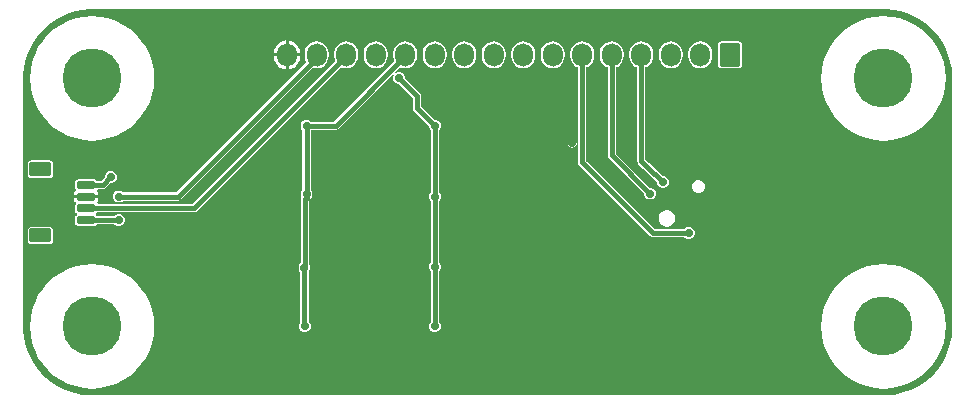
<source format=gbr>
%TF.GenerationSoftware,Altium Limited,Altium Designer,21.3.2 (30)*%
G04 Layer_Physical_Order=2*
G04 Layer_Color=16711680*
%FSLAX45Y45*%
%MOMM*%
%TF.SameCoordinates,29C89E41-5BB3-4AF8-996E-2FCDB6C4A0D1*%
%TF.FilePolarity,Positive*%
%TF.FileFunction,Copper,L2,Bot,Signal*%
%TF.Part,Single*%
G01*
G75*
%TA.AperFunction,Conductor*%
%ADD13C,0.38100*%
%TA.AperFunction,ComponentPad*%
%ADD14C,5.00000*%
G04:AMPARAMS|DCode=15|XSize=1.7mm|YSize=1.95mm|CornerRadius=0.85mm|HoleSize=0mm|Usage=FLASHONLY|Rotation=180.000|XOffset=0mm|YOffset=0mm|HoleType=Round|Shape=RoundedRectangle|*
%AMROUNDEDRECTD15*
21,1,1.70000,0.25000,0,0,180.0*
21,1,0.00000,1.95000,0,0,180.0*
1,1,1.70000,0.00000,0.12500*
1,1,1.70000,0.00000,0.12500*
1,1,1.70000,0.00000,-0.12500*
1,1,1.70000,0.00000,-0.12500*
%
%ADD15ROUNDEDRECTD15*%
G04:AMPARAMS|DCode=16|XSize=1.7mm|YSize=1.95mm|CornerRadius=0.1275mm|HoleSize=0mm|Usage=FLASHONLY|Rotation=180.000|XOffset=0mm|YOffset=0mm|HoleType=Round|Shape=RoundedRectangle|*
%AMROUNDEDRECTD16*
21,1,1.70000,1.69500,0,0,180.0*
21,1,1.44500,1.95000,0,0,180.0*
1,1,0.25500,-0.72250,0.84750*
1,1,0.25500,0.72250,0.84750*
1,1,0.25500,0.72250,-0.84750*
1,1,0.25500,-0.72250,-0.84750*
%
%ADD16ROUNDEDRECTD16*%
%TA.AperFunction,ViaPad*%
%ADD17C,0.70000*%
%TA.AperFunction,SMDPad,CuDef*%
G04:AMPARAMS|DCode=18|XSize=1.2mm|YSize=1.8mm|CornerRadius=0.126mm|HoleSize=0mm|Usage=FLASHONLY|Rotation=90.000|XOffset=0mm|YOffset=0mm|HoleType=Round|Shape=RoundedRectangle|*
%AMROUNDEDRECTD18*
21,1,1.20000,1.54800,0,0,90.0*
21,1,0.94800,1.80000,0,0,90.0*
1,1,0.25200,0.77400,0.47400*
1,1,0.25200,0.77400,-0.47400*
1,1,0.25200,-0.77400,-0.47400*
1,1,0.25200,-0.77400,0.47400*
%
%ADD18ROUNDEDRECTD18*%
G04:AMPARAMS|DCode=19|XSize=0.6mm|YSize=1.55mm|CornerRadius=0.075mm|HoleSize=0mm|Usage=FLASHONLY|Rotation=90.000|XOffset=0mm|YOffset=0mm|HoleType=Round|Shape=RoundedRectangle|*
%AMROUNDEDRECTD19*
21,1,0.60000,1.40000,0,0,90.0*
21,1,0.45000,1.55000,0,0,90.0*
1,1,0.15000,0.70000,0.22500*
1,1,0.15000,0.70000,-0.22500*
1,1,0.15000,-0.70000,-0.22500*
1,1,0.15000,-0.70000,0.22500*
%
%ADD19ROUNDEDRECTD19*%
G36*
X7885721Y3677886D02*
X7941950Y3666701D01*
X7996814Y3650059D01*
X8049781Y3628119D01*
X8100342Y3601094D01*
X8148012Y3569242D01*
X8192330Y3532871D01*
X8232870Y3492331D01*
X8269241Y3448014D01*
X8301092Y3400344D01*
X8328119Y3349782D01*
X8350058Y3296816D01*
X8366702Y3241949D01*
X8377886Y3185721D01*
X8383505Y3128666D01*
Y3100000D01*
Y1000000D01*
Y971334D01*
X8377886Y914279D01*
X8366701Y858050D01*
X8350059Y803186D01*
X8328119Y750219D01*
X8301094Y699658D01*
X8269242Y651988D01*
X8232871Y607670D01*
X8192331Y567129D01*
X8148014Y530759D01*
X8100344Y498907D01*
X8049782Y471881D01*
X7996816Y449942D01*
X7941949Y433298D01*
X7885721Y422114D01*
X7828666Y416494D01*
X1071334D01*
X1014279Y422114D01*
X958050Y433298D01*
X903186Y449941D01*
X850219Y471880D01*
X799658Y498906D01*
X751988Y530758D01*
X707670Y567128D01*
X667129Y607669D01*
X630759Y651986D01*
X598907Y699656D01*
X571881Y750218D01*
X549942Y803184D01*
X533298Y858050D01*
X522114Y914279D01*
X516495Y971334D01*
Y1000000D01*
Y3100000D01*
Y3128666D01*
X522114Y3185721D01*
X533298Y3241950D01*
X549941Y3296814D01*
X571880Y3349781D01*
X598906Y3400342D01*
X630758Y3448012D01*
X667128Y3492330D01*
X707669Y3532870D01*
X751986Y3569241D01*
X799656Y3601092D01*
X850218Y3628119D01*
X903184Y3650058D01*
X958050Y3666702D01*
X1014279Y3677886D01*
X1071334Y3683505D01*
X7828666D01*
X7885721Y3677886D01*
D02*
G37*
%LPC*%
G36*
X2762700Y3422181D02*
Y3312700D01*
X2861326D01*
X2857558Y3341320D01*
X2846434Y3368176D01*
X2828738Y3391238D01*
X2805676Y3408934D01*
X2778820Y3420058D01*
X2762700Y3422181D01*
D02*
G37*
G36*
X2737300D02*
X2721179Y3420058D01*
X2694323Y3408934D01*
X2671261Y3391238D01*
X2653565Y3368176D01*
X2642441Y3341320D01*
X2638673Y3312700D01*
X2737300D01*
Y3422181D01*
D02*
G37*
G36*
X6572249Y3413288D02*
X6427750D01*
X6416829Y3411116D01*
X6407570Y3404930D01*
X6401384Y3395671D01*
X6399211Y3384750D01*
Y3215250D01*
X6401384Y3204329D01*
X6407570Y3195070D01*
X6416829Y3188884D01*
X6427750Y3186712D01*
X6572249D01*
X6583171Y3188884D01*
X6592429Y3195070D01*
X6598615Y3204329D01*
X6600788Y3215250D01*
Y3384750D01*
X6598615Y3395671D01*
X6592429Y3404930D01*
X6583171Y3411116D01*
X6572249Y3413288D01*
D02*
G37*
G36*
X6250000Y3413605D02*
X6223832Y3410160D01*
X6199447Y3400059D01*
X6178508Y3383992D01*
X6162441Y3363052D01*
X6152340Y3338668D01*
X6148895Y3312500D01*
Y3287500D01*
X6152340Y3261332D01*
X6162441Y3236948D01*
X6178508Y3216008D01*
X6199447Y3199941D01*
X6223832Y3189840D01*
X6250000Y3186395D01*
X6276168Y3189840D01*
X6300552Y3199941D01*
X6321492Y3216008D01*
X6337559Y3236948D01*
X6347659Y3261332D01*
X6351104Y3287500D01*
Y3312500D01*
X6347659Y3338668D01*
X6337559Y3363052D01*
X6321492Y3383992D01*
X6300552Y3400059D01*
X6276168Y3410160D01*
X6250000Y3413605D01*
D02*
G37*
G36*
X6000000D02*
X5973832Y3410160D01*
X5949447Y3400059D01*
X5928508Y3383992D01*
X5912441Y3363052D01*
X5902340Y3338668D01*
X5898895Y3312500D01*
Y3287500D01*
X5902340Y3261332D01*
X5912441Y3236948D01*
X5928508Y3216008D01*
X5949447Y3199941D01*
X5973832Y3189840D01*
X6000000Y3186395D01*
X6026168Y3189840D01*
X6050552Y3199941D01*
X6071492Y3216008D01*
X6087559Y3236948D01*
X6097659Y3261332D01*
X6101104Y3287500D01*
Y3312500D01*
X6097659Y3338668D01*
X6087559Y3363052D01*
X6071492Y3383992D01*
X6050552Y3400059D01*
X6026168Y3410160D01*
X6000000Y3413605D01*
D02*
G37*
G36*
X5000000D02*
X4973832Y3410160D01*
X4949447Y3400059D01*
X4928508Y3383992D01*
X4912441Y3363052D01*
X4902340Y3338668D01*
X4898895Y3312500D01*
Y3287500D01*
X4902340Y3261332D01*
X4912441Y3236948D01*
X4928508Y3216008D01*
X4949447Y3199941D01*
X4973832Y3189840D01*
X5000000Y3186395D01*
X5026167Y3189840D01*
X5050552Y3199941D01*
X5071492Y3216008D01*
X5087559Y3236948D01*
X5097659Y3261332D01*
X5101104Y3287500D01*
Y3312500D01*
X5097659Y3338668D01*
X5087559Y3363052D01*
X5071492Y3383992D01*
X5050552Y3400059D01*
X5026167Y3410160D01*
X5000000Y3413605D01*
D02*
G37*
G36*
X4750000D02*
X4723832Y3410160D01*
X4699447Y3400059D01*
X4678508Y3383992D01*
X4662441Y3363052D01*
X4652340Y3338668D01*
X4648895Y3312500D01*
Y3287500D01*
X4652340Y3261332D01*
X4662441Y3236948D01*
X4678508Y3216008D01*
X4699447Y3199941D01*
X4723832Y3189840D01*
X4750000Y3186395D01*
X4776167Y3189840D01*
X4800552Y3199941D01*
X4821491Y3216008D01*
X4837559Y3236948D01*
X4847659Y3261332D01*
X4851104Y3287500D01*
Y3312500D01*
X4847659Y3338668D01*
X4837559Y3363052D01*
X4821491Y3383992D01*
X4800552Y3400059D01*
X4776167Y3410160D01*
X4750000Y3413605D01*
D02*
G37*
G36*
X4500000D02*
X4473832Y3410160D01*
X4449447Y3400059D01*
X4428508Y3383992D01*
X4412441Y3363052D01*
X4402340Y3338668D01*
X4398895Y3312500D01*
Y3287500D01*
X4402340Y3261332D01*
X4412441Y3236948D01*
X4428508Y3216008D01*
X4449447Y3199941D01*
X4473832Y3189840D01*
X4500000Y3186395D01*
X4526167Y3189840D01*
X4550552Y3199941D01*
X4571491Y3216008D01*
X4587559Y3236948D01*
X4597659Y3261332D01*
X4601104Y3287500D01*
Y3312500D01*
X4597659Y3338668D01*
X4587559Y3363052D01*
X4571491Y3383992D01*
X4550552Y3400059D01*
X4526167Y3410160D01*
X4500000Y3413605D01*
D02*
G37*
G36*
X4250000D02*
X4223832Y3410160D01*
X4199447Y3400059D01*
X4178508Y3383992D01*
X4162440Y3363052D01*
X4152340Y3338668D01*
X4148895Y3312500D01*
Y3287500D01*
X4152340Y3261332D01*
X4162440Y3236948D01*
X4178508Y3216008D01*
X4199447Y3199941D01*
X4223832Y3189840D01*
X4250000Y3186395D01*
X4276167Y3189840D01*
X4300552Y3199941D01*
X4321491Y3216008D01*
X4337559Y3236948D01*
X4347659Y3261332D01*
X4351104Y3287500D01*
Y3312500D01*
X4347659Y3338668D01*
X4337559Y3363052D01*
X4321491Y3383992D01*
X4300552Y3400059D01*
X4276167Y3410160D01*
X4250000Y3413605D01*
D02*
G37*
G36*
X4000000D02*
X3973832Y3410160D01*
X3949447Y3400059D01*
X3928508Y3383992D01*
X3912440Y3363052D01*
X3902340Y3338668D01*
X3898895Y3312500D01*
Y3287500D01*
X3902340Y3261332D01*
X3912440Y3236948D01*
X3928508Y3216008D01*
X3949447Y3199941D01*
X3973832Y3189840D01*
X4000000Y3186395D01*
X4026167Y3189840D01*
X4050552Y3199941D01*
X4071491Y3216008D01*
X4087559Y3236948D01*
X4097659Y3261332D01*
X4101104Y3287500D01*
Y3312500D01*
X4097659Y3338668D01*
X4087559Y3363052D01*
X4071491Y3383992D01*
X4050552Y3400059D01*
X4026167Y3410160D01*
X4000000Y3413605D01*
D02*
G37*
G36*
X3750000D02*
X3723832Y3410160D01*
X3699447Y3400059D01*
X3678508Y3383992D01*
X3662440Y3363052D01*
X3652340Y3338668D01*
X3648895Y3312500D01*
Y3287500D01*
X3652340Y3261332D01*
X3658798Y3245742D01*
X3148018Y2734962D01*
X2951088D01*
X2943459Y2742591D01*
X2924993Y2750240D01*
X2905007D01*
X2886541Y2742591D01*
X2872409Y2728459D01*
X2864760Y2709993D01*
Y2690007D01*
X2872409Y2671541D01*
X2880038Y2663912D01*
Y2155378D01*
X2872409Y2147749D01*
X2864760Y2129284D01*
Y2109297D01*
X2870884Y2094513D01*
X2867699Y2089747D01*
X2865038Y2076367D01*
Y1536563D01*
X2854841Y1526365D01*
X2847192Y1507900D01*
Y1487913D01*
X2854841Y1469448D01*
X2862470Y1461819D01*
Y1033520D01*
X2857409Y1028459D01*
X2849760Y1009993D01*
Y990007D01*
X2857409Y971541D01*
X2871541Y957409D01*
X2890006Y949760D01*
X2909993D01*
X2928458Y957409D01*
X2942591Y971541D01*
X2950240Y990007D01*
Y1009993D01*
X2942591Y1028459D01*
X2932394Y1038656D01*
Y1461819D01*
X2940023Y1469448D01*
X2947672Y1487913D01*
Y1507900D01*
X2940023Y1526365D01*
X2934962Y1531427D01*
Y2061886D01*
X2939722Y2066646D01*
X2947300Y2077988D01*
X2947934Y2081174D01*
X2957591Y2090831D01*
X2965240Y2109297D01*
Y2129284D01*
X2957591Y2147749D01*
X2949962Y2155378D01*
Y2663912D01*
X2951088Y2665038D01*
X3162500D01*
X3175879Y2667700D01*
X3187221Y2675278D01*
X3647754Y3135811D01*
X3657409Y3128458D01*
X3649760Y3109993D01*
Y3090007D01*
X3657409Y3071541D01*
X3671541Y3057409D01*
X3690007Y3049760D01*
X3700796D01*
X3816539Y2934018D01*
Y2848499D01*
X3819200Y2835120D01*
X3826779Y2823777D01*
X3949760Y2700796D01*
Y2690007D01*
X3957409Y2671541D01*
X3965038Y2663912D01*
Y2136088D01*
X3957409Y2128459D01*
X3949760Y2109993D01*
Y2090006D01*
X3957409Y2071541D01*
X3965038Y2063912D01*
Y1538341D01*
X3960961Y1534264D01*
X3953312Y1515798D01*
Y1495812D01*
X3960961Y1477346D01*
X3968590Y1469717D01*
Y1039641D01*
X3957409Y1028459D01*
X3949760Y1009993D01*
Y990007D01*
X3957409Y971541D01*
X3971541Y957409D01*
X3990006Y949760D01*
X4009993D01*
X4028459Y957409D01*
X4042591Y971541D01*
X4050240Y990007D01*
Y1009993D01*
X4042591Y1028459D01*
X4038514Y1032536D01*
Y1469717D01*
X4046144Y1477346D01*
X4053792Y1495812D01*
Y1515798D01*
X4046144Y1534264D01*
X4034962Y1545445D01*
Y2063912D01*
X4042591Y2071541D01*
X4050240Y2090006D01*
Y2109993D01*
X4042591Y2128459D01*
X4034962Y2136088D01*
Y2663912D01*
X4042591Y2671541D01*
X4050240Y2690007D01*
Y2709993D01*
X4042591Y2728459D01*
X4028459Y2742591D01*
X4009993Y2750240D01*
X3999204D01*
X3886462Y2862981D01*
Y2948499D01*
X3883801Y2961879D01*
X3876222Y2973221D01*
X3876222Y2973222D01*
X3750240Y3099204D01*
Y3109993D01*
X3742591Y3128459D01*
X3728459Y3142591D01*
X3709993Y3150240D01*
X3690007D01*
X3671542Y3142591D01*
X3664189Y3152246D01*
X3708241Y3196298D01*
X3723832Y3189840D01*
X3750000Y3186395D01*
X3776167Y3189840D01*
X3800552Y3199941D01*
X3821491Y3216008D01*
X3837559Y3236948D01*
X3847659Y3261332D01*
X3851104Y3287500D01*
Y3312500D01*
X3847659Y3338668D01*
X3837559Y3363052D01*
X3821491Y3383992D01*
X3800552Y3400059D01*
X3776167Y3410160D01*
X3750000Y3413605D01*
D02*
G37*
G36*
X3500000D02*
X3473832Y3410160D01*
X3449447Y3400059D01*
X3428508Y3383992D01*
X3412440Y3363052D01*
X3402340Y3338668D01*
X3398895Y3312500D01*
Y3287500D01*
X3402340Y3261332D01*
X3412440Y3236948D01*
X3428508Y3216008D01*
X3449447Y3199941D01*
X3473832Y3189840D01*
X3500000Y3186395D01*
X3526167Y3189840D01*
X3550552Y3199941D01*
X3571491Y3216008D01*
X3587559Y3236948D01*
X3597659Y3261332D01*
X3601104Y3287500D01*
Y3312500D01*
X3597659Y3338668D01*
X3587559Y3363052D01*
X3571491Y3383992D01*
X3550552Y3400059D01*
X3526167Y3410160D01*
X3500000Y3413605D01*
D02*
G37*
G36*
X3250000D02*
X3223832Y3410160D01*
X3199447Y3400059D01*
X3178508Y3383992D01*
X3162440Y3363052D01*
X3152340Y3338668D01*
X3148895Y3312500D01*
Y3287500D01*
X3152340Y3261332D01*
X3158798Y3245742D01*
X1948018Y2034962D01*
X1151222D01*
X1145862Y2040661D01*
X1143720Y2053780D01*
X1150991Y2064663D01*
X1153545Y2077500D01*
Y2087300D01*
X1050000D01*
X946456D01*
Y2077500D01*
X949009Y2064663D01*
X956281Y2053780D01*
X959652Y2051527D01*
X960690Y2048211D01*
X961458Y2035680D01*
X958579Y2031373D01*
X956815Y2022500D01*
Y1977500D01*
X958579Y1968628D01*
X963606Y1961106D01*
X970216Y1956688D01*
X970957Y1950000D01*
X970216Y1943312D01*
X963606Y1938895D01*
X958579Y1931373D01*
X956815Y1922500D01*
Y1877500D01*
X958579Y1868627D01*
X963606Y1861105D01*
X971128Y1856079D01*
X980000Y1854315D01*
X1120000D01*
X1128873Y1856079D01*
X1136395Y1861105D01*
X1139023Y1865038D01*
X1288912D01*
X1296541Y1857409D01*
X1315007Y1849760D01*
X1334993D01*
X1353459Y1857409D01*
X1367591Y1871541D01*
X1375240Y1890007D01*
Y1909993D01*
X1367591Y1928459D01*
X1353459Y1942591D01*
X1334993Y1950240D01*
X1315007D01*
X1296541Y1942591D01*
X1288912Y1934962D01*
X1139023D01*
X1136395Y1938895D01*
X1129784Y1943312D01*
X1129044Y1950000D01*
X1129784Y1956688D01*
X1136395Y1961106D01*
X1139023Y1965038D01*
X1962500D01*
X1975879Y1967700D01*
X1987222Y1975278D01*
X3208241Y3196298D01*
X3223832Y3189840D01*
X3250000Y3186395D01*
X3276167Y3189840D01*
X3300552Y3199941D01*
X3321491Y3216008D01*
X3337559Y3236948D01*
X3347659Y3261332D01*
X3351104Y3287500D01*
Y3312500D01*
X3347659Y3338668D01*
X3337559Y3363052D01*
X3321491Y3383992D01*
X3300552Y3400059D01*
X3276167Y3410160D01*
X3250000Y3413605D01*
D02*
G37*
G36*
X3000000D02*
X2973832Y3410160D01*
X2949447Y3400059D01*
X2928508Y3383992D01*
X2912440Y3363052D01*
X2902340Y3338668D01*
X2898895Y3312500D01*
Y3287500D01*
X2902340Y3261332D01*
X2912440Y3236948D01*
X2912468Y3236912D01*
X1810518Y2134962D01*
X1361088D01*
X1353459Y2142591D01*
X1334993Y2150240D01*
X1315007D01*
X1296541Y2142591D01*
X1282409Y2128459D01*
X1274760Y2109993D01*
Y2090007D01*
X1282409Y2071541D01*
X1296541Y2057409D01*
X1315007Y2049760D01*
X1334993D01*
X1353459Y2057409D01*
X1361088Y2065038D01*
X1825000D01*
X1838379Y2067700D01*
X1849722Y2075278D01*
X2967080Y3192637D01*
X2973832Y3189840D01*
X3000000Y3186395D01*
X3026167Y3189840D01*
X3050552Y3199941D01*
X3071491Y3216008D01*
X3087559Y3236948D01*
X3097659Y3261332D01*
X3101104Y3287500D01*
Y3312500D01*
X3097659Y3338668D01*
X3087559Y3363052D01*
X3071491Y3383992D01*
X3050552Y3400059D01*
X3026167Y3410160D01*
X3000000Y3413605D01*
D02*
G37*
G36*
X2861326Y3287300D02*
X2762700D01*
Y3177819D01*
X2778820Y3179942D01*
X2805676Y3191066D01*
X2828738Y3208762D01*
X2846434Y3231824D01*
X2857558Y3258680D01*
X2861326Y3287300D01*
D02*
G37*
G36*
X2737300D02*
X2638673D01*
X2642441Y3258680D01*
X2653565Y3231824D01*
X2671261Y3208762D01*
X2694323Y3191066D01*
X2721179Y3179942D01*
X2737300Y3177819D01*
Y3287300D01*
D02*
G37*
G36*
X7800000Y3626367D02*
X7731295Y3621864D01*
X7663766Y3608431D01*
X7598568Y3586300D01*
X7536817Y3555847D01*
X7479568Y3517595D01*
X7427802Y3472198D01*
X7382405Y3420432D01*
X7344153Y3363184D01*
X7313700Y3301432D01*
X7291568Y3236234D01*
X7278136Y3168705D01*
X7273633Y3100000D01*
X7278136Y3031295D01*
X7291568Y2963766D01*
X7313700Y2898568D01*
X7344153Y2836816D01*
X7382405Y2779568D01*
X7427802Y2727802D01*
X7479568Y2682405D01*
X7536817Y2644153D01*
X7598568Y2613700D01*
X7663766Y2591568D01*
X7731295Y2578136D01*
X7800000Y2573633D01*
X7868705Y2578136D01*
X7936234Y2591568D01*
X8001432Y2613700D01*
X8063183Y2644153D01*
X8120432Y2682405D01*
X8172198Y2727802D01*
X8217595Y2779568D01*
X8255847Y2836816D01*
X8286300Y2898568D01*
X8308431Y2963766D01*
X8321864Y3031295D01*
X8326367Y3100000D01*
X8321864Y3168705D01*
X8308431Y3236234D01*
X8286300Y3301432D01*
X8255847Y3363184D01*
X8217595Y3420432D01*
X8172198Y3472198D01*
X8120432Y3517595D01*
X8063183Y3555847D01*
X8001432Y3586300D01*
X7936234Y3608431D01*
X7868705Y3621864D01*
X7800000Y3626367D01*
D02*
G37*
G36*
X1100000D02*
X1031295Y3621864D01*
X963766Y3608431D01*
X898568Y3586300D01*
X836817Y3555847D01*
X779568Y3517595D01*
X727802Y3472198D01*
X682405Y3420432D01*
X644153Y3363184D01*
X613700Y3301432D01*
X591569Y3236234D01*
X578136Y3168705D01*
X573633Y3100000D01*
X578136Y3031295D01*
X591569Y2963766D01*
X613700Y2898568D01*
X644153Y2836816D01*
X682405Y2779568D01*
X727802Y2727802D01*
X779568Y2682405D01*
X836816Y2644153D01*
X898568Y2613700D01*
X963766Y2591568D01*
X1031295Y2578136D01*
X1100000Y2573633D01*
X1168705Y2578136D01*
X1236234Y2591568D01*
X1301432Y2613700D01*
X1363183Y2644153D01*
X1420432Y2682405D01*
X1472198Y2727802D01*
X1517595Y2779568D01*
X1555847Y2836816D01*
X1586300Y2898568D01*
X1608432Y2963766D01*
X1621864Y3031295D01*
X1626367Y3100000D01*
X1621864Y3168705D01*
X1608432Y3236234D01*
X1586300Y3301432D01*
X1555847Y3363184D01*
X1517595Y3420432D01*
X1472198Y3472198D01*
X1420432Y3517595D01*
X1363183Y3555847D01*
X1301432Y3586300D01*
X1236234Y3608431D01*
X1168705Y3621864D01*
X1100000Y3626367D01*
D02*
G37*
G36*
X5165000Y2584962D02*
X5151621Y2582300D01*
X5140278Y2574722D01*
X5132699Y2563379D01*
X5130038Y2550000D01*
Y2548372D01*
X5132699Y2534993D01*
X5140278Y2523651D01*
X5141113Y2522815D01*
X5152456Y2515237D01*
X5165835Y2512575D01*
X5179214Y2515237D01*
X5190557Y2522815D01*
X5198135Y2534158D01*
X5200797Y2547537D01*
X5198135Y2560916D01*
X5197644Y2561652D01*
X5197300Y2563379D01*
X5189722Y2574722D01*
X5178379Y2582300D01*
X5165000Y2584962D01*
D02*
G37*
G36*
X739900Y2405785D02*
X585100D01*
X574238Y2403624D01*
X565029Y2397471D01*
X558876Y2388262D01*
X556715Y2377400D01*
Y2282600D01*
X558876Y2271737D01*
X565029Y2262529D01*
X574238Y2256375D01*
X585100Y2254215D01*
X739900D01*
X750763Y2256375D01*
X759971Y2262529D01*
X766124Y2271737D01*
X768285Y2282600D01*
Y2377400D01*
X766124Y2388262D01*
X759971Y2397471D01*
X750763Y2403624D01*
X739900Y2405785D01*
D02*
G37*
G36*
X1266531Y2312648D02*
X1246544D01*
X1228079Y2304999D01*
X1213946Y2290867D01*
X1206297Y2272401D01*
Y2267115D01*
X1174144Y2234962D01*
X1139023D01*
X1136395Y2238894D01*
X1128873Y2243921D01*
X1120000Y2245685D01*
X980000D01*
X971128Y2243921D01*
X963606Y2238894D01*
X958579Y2231372D01*
X956815Y2222500D01*
Y2177500D01*
X958579Y2168627D01*
X961458Y2164320D01*
X960690Y2151789D01*
X959652Y2148472D01*
X956281Y2146219D01*
X949009Y2135337D01*
X946456Y2122500D01*
Y2112700D01*
X1050000D01*
X1153545D01*
Y2122500D01*
X1150991Y2135337D01*
X1143720Y2146219D01*
X1145862Y2159339D01*
X1151222Y2165038D01*
X1188626D01*
X1202005Y2167699D01*
X1213347Y2175278D01*
X1250237Y2212168D01*
X1266531D01*
X1284996Y2219817D01*
X1299128Y2233949D01*
X1306777Y2252415D01*
Y2272401D01*
X1299128Y2290867D01*
X1284996Y2304999D01*
X1266531Y2312648D01*
D02*
G37*
G36*
X5750000Y3413605D02*
X5723832Y3410160D01*
X5699447Y3400059D01*
X5678508Y3383992D01*
X5662441Y3363052D01*
X5652340Y3338668D01*
X5648895Y3312500D01*
Y3287500D01*
X5652340Y3261332D01*
X5662441Y3236948D01*
X5678508Y3216008D01*
X5699447Y3199941D01*
X5715038Y3193483D01*
Y2400000D01*
X5717699Y2386621D01*
X5725278Y2375278D01*
X5765278Y2335278D01*
X5772595Y2330389D01*
X5882392Y2220592D01*
Y2209803D01*
X5890041Y2191337D01*
X5904173Y2177205D01*
X5922639Y2169556D01*
X5942625D01*
X5961091Y2177205D01*
X5975223Y2191337D01*
X5982872Y2209803D01*
Y2229789D01*
X5975223Y2248255D01*
X5961091Y2262387D01*
X5942625Y2270036D01*
X5931836D01*
X5817150Y2384722D01*
X5809832Y2389611D01*
X5784962Y2414482D01*
Y3193483D01*
X5800552Y3199941D01*
X5821492Y3216008D01*
X5837559Y3236948D01*
X5847659Y3261332D01*
X5851104Y3287500D01*
Y3312500D01*
X5847659Y3338668D01*
X5837559Y3363052D01*
X5821492Y3383992D01*
X5800552Y3400059D01*
X5776168Y3410160D01*
X5750000Y3413605D01*
D02*
G37*
G36*
X6245338Y2239590D02*
X6223362D01*
X6203059Y2231180D01*
X6187520Y2215641D01*
X6179110Y2195338D01*
Y2173362D01*
X6187520Y2153059D01*
X6203059Y2137520D01*
X6223362Y2129110D01*
X6245338D01*
X6265641Y2137520D01*
X6281180Y2153059D01*
X6289590Y2173362D01*
Y2195338D01*
X6281180Y2215641D01*
X6265641Y2231180D01*
X6257231Y2234664D01*
X6245338Y2239590D01*
D02*
G37*
G36*
X5500000Y3413605D02*
X5473832Y3410160D01*
X5449447Y3400059D01*
X5428508Y3383992D01*
X5412441Y3363052D01*
X5402340Y3338668D01*
X5398895Y3312500D01*
Y3287500D01*
X5402340Y3261332D01*
X5412441Y3236948D01*
X5428508Y3216008D01*
X5449447Y3199941D01*
X5465038Y3193483D01*
Y2447500D01*
X5467699Y2434121D01*
X5475278Y2422778D01*
X5772260Y2125796D01*
Y2115007D01*
X5779908Y2096541D01*
X5794041Y2082409D01*
X5812506Y2074760D01*
X5832493D01*
X5850958Y2082409D01*
X5865091Y2096541D01*
X5872740Y2115007D01*
Y2134993D01*
X5865091Y2153459D01*
X5850958Y2167591D01*
X5832493Y2175240D01*
X5821703D01*
X5534961Y2461982D01*
Y3193483D01*
X5550552Y3199941D01*
X5571492Y3216008D01*
X5587559Y3236948D01*
X5597659Y3261332D01*
X5601104Y3287500D01*
Y3312500D01*
X5597659Y3338668D01*
X5587559Y3363052D01*
X5571492Y3383992D01*
X5550552Y3400059D01*
X5526168Y3410160D01*
X5500000Y3413605D01*
D02*
G37*
G36*
X5974897Y1985890D02*
X5956402D01*
X5938538Y1981103D01*
X5922521Y1971856D01*
X5909444Y1958778D01*
X5900196Y1942761D01*
X5895410Y1924897D01*
Y1906403D01*
X5900196Y1888538D01*
X5909444Y1872521D01*
X5922521Y1859444D01*
X5938538Y1850197D01*
X5956402Y1845410D01*
X5974897D01*
X5992761Y1850197D01*
X6008778Y1859444D01*
X6021855Y1872521D01*
X6031102Y1888538D01*
X6035889Y1906402D01*
Y1924897D01*
X6031102Y1942761D01*
X6021855Y1958778D01*
X6008778Y1971856D01*
X5992761Y1981103D01*
X5974897Y1985890D01*
D02*
G37*
G36*
X5250000Y3413605D02*
X5223832Y3410160D01*
X5199447Y3400059D01*
X5178508Y3383992D01*
X5162441Y3363052D01*
X5152340Y3338668D01*
X5148895Y3312500D01*
Y3287500D01*
X5152340Y3261332D01*
X5162441Y3236948D01*
X5178508Y3216008D01*
X5199447Y3199941D01*
X5215038Y3193483D01*
Y2390000D01*
X5217699Y2376621D01*
X5225278Y2365278D01*
X5826409Y1764147D01*
X5826409Y1764147D01*
X5837752Y1756568D01*
X5851131Y1753906D01*
X5851133Y1753907D01*
X6113615D01*
X6121245Y1746277D01*
X6139710Y1738628D01*
X6159697D01*
X6178162Y1746277D01*
X6192295Y1760410D01*
X6199943Y1778875D01*
Y1798862D01*
X6192295Y1817327D01*
X6178162Y1831460D01*
X6159697Y1839108D01*
X6139710D01*
X6121245Y1831460D01*
X6113615Y1823830D01*
X5865613D01*
X5284961Y2404482D01*
Y3193483D01*
X5300552Y3199941D01*
X5321492Y3216008D01*
X5337559Y3236948D01*
X5347659Y3261332D01*
X5351104Y3287500D01*
Y3312500D01*
X5347659Y3338668D01*
X5337559Y3363052D01*
X5321492Y3383992D01*
X5300552Y3400059D01*
X5276168Y3410160D01*
X5250000Y3413605D01*
D02*
G37*
G36*
X739900Y1845785D02*
X585100D01*
X574238Y1843624D01*
X565029Y1837471D01*
X558876Y1828263D01*
X556715Y1817400D01*
Y1722600D01*
X558876Y1711737D01*
X565029Y1702529D01*
X574238Y1696376D01*
X585100Y1694215D01*
X739900D01*
X750763Y1696376D01*
X759971Y1702529D01*
X766124Y1711737D01*
X768285Y1722600D01*
Y1817400D01*
X766124Y1828263D01*
X759971Y1837471D01*
X750763Y1843624D01*
X739900Y1845785D01*
D02*
G37*
G36*
X7800000Y1526367D02*
X7731295Y1521864D01*
X7663766Y1508432D01*
X7598568Y1486300D01*
X7536817Y1455847D01*
X7479568Y1417595D01*
X7427802Y1372198D01*
X7382405Y1320432D01*
X7344153Y1263184D01*
X7313700Y1201432D01*
X7291568Y1136234D01*
X7278136Y1068705D01*
X7273633Y1000000D01*
X7278136Y931295D01*
X7291568Y863766D01*
X7313700Y798568D01*
X7344153Y736816D01*
X7382405Y679568D01*
X7427802Y627802D01*
X7479568Y582405D01*
X7536817Y544153D01*
X7598568Y513700D01*
X7663766Y491568D01*
X7731295Y478136D01*
X7800000Y473633D01*
X7868705Y478136D01*
X7936234Y491568D01*
X8001432Y513700D01*
X8063183Y544153D01*
X8120432Y582405D01*
X8172198Y627802D01*
X8217595Y679568D01*
X8255847Y736816D01*
X8286300Y798568D01*
X8308431Y863766D01*
X8321864Y931295D01*
X8326367Y1000000D01*
X8321864Y1068705D01*
X8308431Y1136234D01*
X8286300Y1201432D01*
X8255847Y1263184D01*
X8217595Y1320432D01*
X8172198Y1372198D01*
X8120432Y1417595D01*
X8063183Y1455847D01*
X8001432Y1486300D01*
X7936234Y1508432D01*
X7868705Y1521864D01*
X7800000Y1526367D01*
D02*
G37*
G36*
X1100000D02*
X1031295Y1521864D01*
X963766Y1508432D01*
X898568Y1486300D01*
X836817Y1455847D01*
X779568Y1417595D01*
X727802Y1372198D01*
X682405Y1320432D01*
X644153Y1263184D01*
X613700Y1201432D01*
X591569Y1136234D01*
X578136Y1068705D01*
X573633Y1000000D01*
X578136Y931295D01*
X591569Y863766D01*
X613700Y798568D01*
X644153Y736816D01*
X682405Y679568D01*
X727802Y627802D01*
X779568Y582405D01*
X836816Y544153D01*
X898568Y513700D01*
X963766Y491568D01*
X1031295Y478136D01*
X1100000Y473633D01*
X1168705Y478136D01*
X1236234Y491568D01*
X1301432Y513700D01*
X1363183Y544153D01*
X1420432Y582405D01*
X1472198Y627802D01*
X1517595Y679568D01*
X1555847Y736816D01*
X1586300Y798568D01*
X1608432Y863766D01*
X1621864Y931295D01*
X1626367Y1000000D01*
X1621864Y1068705D01*
X1608432Y1136234D01*
X1586300Y1201432D01*
X1555847Y1263184D01*
X1517595Y1320432D01*
X1472198Y1372198D01*
X1420432Y1417595D01*
X1363183Y1455847D01*
X1301432Y1486300D01*
X1236234Y1508432D01*
X1168705Y1521864D01*
X1100000Y1526367D01*
D02*
G37*
%LPD*%
D13*
X3851501Y2848499D02*
Y2948499D01*
X3700000Y3100000D02*
X3851501Y2948499D01*
Y2848499D02*
X4000000Y2700000D01*
X1188626Y2200000D02*
X1251034Y2262408D01*
X1050000Y2200000D02*
X1188626D01*
X1251034Y2262408D02*
X1256537D01*
X1825000Y2100000D02*
X3000000Y3275000D01*
Y3300000D01*
X1325000Y2100000D02*
X1825000D01*
X1050000Y1900000D02*
X1325000D01*
X1050000Y2000000D02*
X1962500D01*
X3250000Y3287500D01*
Y3300000D01*
X2897432Y1002568D02*
X2900000Y1000000D01*
X4000000D02*
X4003552Y1003552D01*
X2897432Y1002568D02*
Y1497907D01*
X4003552Y1003552D02*
Y1505805D01*
X2897432Y1497907D02*
X2900000Y1500475D01*
X4000000Y1509357D02*
X4003552Y1505805D01*
X2900000Y1500475D02*
Y2076367D01*
X4000000Y1509357D02*
Y2100000D01*
X2900000Y2076367D02*
X2915000Y2091368D01*
Y2119290D01*
Y2700000D01*
X4000000Y2100000D02*
Y2700000D01*
X2915000D02*
X3162500D01*
X3750000Y3287500D02*
Y3300000D01*
X3500000Y3258632D02*
Y3300000D01*
X5851131Y1788868D02*
X6149703D01*
X5165000Y2548372D02*
Y2550000D01*
X3162500Y2700000D02*
X3750000Y3287500D01*
X5250000Y2390000D02*
Y3300000D01*
Y2390000D02*
X5851131Y1788868D01*
X5500000Y2447500D02*
X5822500Y2125000D01*
X5500000Y2447500D02*
Y3300000D01*
X5790000Y2360000D02*
X5792428D01*
X5750000Y2400000D02*
X5790000Y2360000D01*
X5750000Y2400000D02*
Y3300000D01*
X5792428Y2360000D02*
X5932632Y2219796D01*
X5165000Y2548372D02*
X5165835Y2547537D01*
D14*
X7800000Y1000000D02*
D03*
Y3100000D02*
D03*
X1100000D02*
D03*
Y1000000D02*
D03*
D15*
X2750000Y3300000D02*
D03*
X3000000D02*
D03*
X3250000D02*
D03*
X3500000D02*
D03*
X3750000D02*
D03*
X4000000D02*
D03*
X4250000D02*
D03*
X4500000D02*
D03*
X4750000D02*
D03*
X5000000D02*
D03*
X5250000D02*
D03*
X5500000D02*
D03*
X5750000D02*
D03*
X6000000D02*
D03*
X6250000D02*
D03*
D16*
X6500000D02*
D03*
D17*
X3700000Y3100000D02*
D03*
X1256537Y2262408D02*
D03*
X1325000Y2100000D02*
D03*
Y1900000D02*
D03*
X5165000Y2800000D02*
D03*
Y2550000D02*
D03*
X5168917Y2261751D02*
D03*
X6149703Y1788868D02*
D03*
X5822500Y2125000D02*
D03*
X5932632Y2219796D02*
D03*
X7040000Y1790000D02*
D03*
Y1450000D02*
D03*
X4000000Y1000000D02*
D03*
X4003552Y1505805D02*
D03*
X2897432Y1497907D02*
D03*
X4000000Y2700000D02*
D03*
Y2100000D02*
D03*
X2915000Y2119290D02*
D03*
Y2700000D02*
D03*
X2900000Y1000000D02*
D03*
D18*
X662500Y2330000D02*
D03*
Y1770000D02*
D03*
D19*
X1050000Y2200000D02*
D03*
Y2100000D02*
D03*
Y2000000D02*
D03*
Y1900000D02*
D03*
%TF.MD5,d424170547576131383f50e54244aad7*%
M02*

</source>
